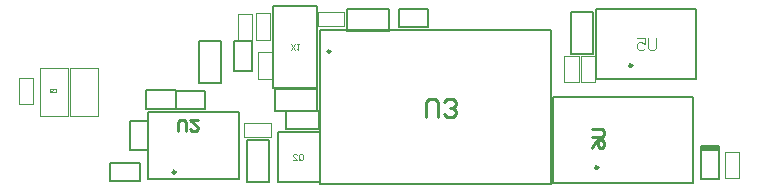
<source format=gbo>
G04*
G04 #@! TF.GenerationSoftware,Altium Limited,Altium Designer,22.6.1 (34)*
G04*
G04 Layer_Color=32896*
%FSLAX44Y44*%
%MOMM*%
G71*
G04*
G04 #@! TF.SameCoordinates,499910AD-9B8C-4153-9010-BA54DE613A27*
G04*
G04*
G04 #@! TF.FilePolarity,Positive*
G04*
G01*
G75*
%ADD10C,0.2540*%
%ADD11C,0.1000*%
%ADD12C,0.2500*%
%ADD13C,0.1520*%
%ADD14C,0.2000*%
%ADD15C,0.0500*%
%ADD87R,1.5494X0.4826*%
D10*
X1332490Y920331D02*
X1340820D01*
X1342486Y918664D01*
Y915332D01*
X1340820Y913666D01*
X1332490D01*
Y903669D02*
X1334156Y907001D01*
X1337488Y910334D01*
X1340820D01*
X1342486Y908668D01*
Y905335D01*
X1340820Y903669D01*
X1339154D01*
X1337488Y905335D01*
Y910334D01*
X1191554Y929883D02*
Y942578D01*
X1194093Y945117D01*
X1199172D01*
X1201711Y942578D01*
Y929883D01*
X1206789Y932422D02*
X1209328Y929883D01*
X1214407D01*
X1216946Y932422D01*
Y934961D01*
X1214407Y937500D01*
X1211868D01*
X1214407D01*
X1216946Y940039D01*
Y942578D01*
X1214407Y945117D01*
X1209328D01*
X1206789Y942578D01*
X981919Y918002D02*
Y926332D01*
X983586Y927998D01*
X986918D01*
X988584Y926332D01*
Y918002D01*
X998581Y927998D02*
X991916D01*
X998581Y921334D01*
Y919668D01*
X996915Y918002D01*
X993582D01*
X991916Y919668D01*
D11*
X1074448Y899810D02*
G03*
X1074448Y899810I-100J0D01*
G01*
X846904Y940824D02*
Y963176D01*
X859096D01*
Y940824D02*
Y963176D01*
X846904Y940824D02*
X859096D01*
X1037824Y925096D02*
X1060176D01*
Y912904D02*
Y925096D01*
X1037824Y912904D02*
X1060176D01*
X1037824D02*
Y925096D01*
X1322904Y959824D02*
Y982176D01*
X1335096D01*
Y959824D02*
Y982176D01*
X1322904Y959824D02*
X1335096D01*
X1047496Y995506D02*
Y1017858D01*
X1059688D01*
Y995506D02*
Y1017858D01*
X1047496Y995506D02*
X1059688D01*
X1049274Y962740D02*
Y985092D01*
X1061466D01*
Y962740D02*
Y985092D01*
X1049274Y962740D02*
X1061466D01*
X888430Y931438D02*
Y971316D01*
X865316Y931438D02*
X888430D01*
X865316D02*
Y971316D01*
X888430D01*
X890570Y931434D02*
Y971312D01*
X913684D01*
Y931434D02*
Y971312D01*
X890570Y931434D02*
X913684D01*
X1457096Y878574D02*
Y900926D01*
X1444904Y878574D02*
X1457096D01*
X1444904D02*
Y900926D01*
X1457096D01*
X1100324Y1006904D02*
Y1019096D01*
Y1006904D02*
X1122676D01*
Y1019096D01*
X1100324D02*
X1122676D01*
X1321096Y959574D02*
Y981926D01*
X1308904Y959574D02*
X1321096D01*
X1308904D02*
Y981926D01*
X1321096D01*
X1032510Y995252D02*
Y1017604D01*
X1044702D01*
Y995252D02*
Y1017604D01*
X1032510Y995252D02*
X1044702D01*
X1386830Y997298D02*
Y988968D01*
X1385164Y987301D01*
X1381832D01*
X1380166Y988968D01*
Y997298D01*
X1370169D02*
X1376834D01*
Y992300D01*
X1373501Y993966D01*
X1371835D01*
X1370169Y992300D01*
Y988968D01*
X1371835Y987301D01*
X1375168D01*
X1376834Y988968D01*
X1077418Y987001D02*
X1080750Y991999D01*
Y987001D02*
X1077418Y991999D01*
X1082416D02*
X1084082D01*
X1083249D01*
Y987001D01*
X1082416Y987834D01*
X1084083Y894334D02*
Y897666D01*
X1084916Y898499D01*
X1086582D01*
X1087415Y897666D01*
Y894334D01*
X1086582Y893501D01*
X1084916D01*
X1085749Y895167D02*
X1084083Y893501D01*
X1084916D02*
X1084083Y894334D01*
X1079085Y893501D02*
X1082417D01*
X1079085Y896833D01*
Y897666D01*
X1079918Y898499D01*
X1081584D01*
X1082417Y897666D01*
D12*
X1110950Y985750D02*
G03*
X1110950Y985750I-1250J0D01*
G01*
X1366250Y973850D02*
G03*
X1366250Y973850I-1250J0D01*
G01*
X1337505Y887488D02*
G03*
X1337505Y887488I-1250J0D01*
G01*
X979750Y883500D02*
G03*
X979750Y883500I-1250J0D01*
G01*
D13*
X999744Y958850D02*
X1018286D01*
Y994410D01*
X999744Y958850D02*
Y994410D01*
X1018286D01*
X1063720Y935606D02*
Y954148D01*
Y935606D02*
X1099280D01*
X1063720Y954148D02*
X1099280D01*
Y935606D02*
Y954148D01*
X1160780Y1003102D02*
Y1021644D01*
X1125220D02*
X1160780D01*
X1125220Y1003102D02*
X1160780D01*
X1125220D02*
Y1021644D01*
X1314602Y983220D02*
X1333144D01*
Y1018780D01*
X1314602Y983220D02*
Y1018780D01*
X1333144D01*
X1040602Y874970D02*
X1059144D01*
Y910530D01*
X1040602Y874970D02*
Y910530D01*
X1059144D01*
X1066474Y917590D02*
X1101780D01*
X1066474Y875172D02*
X1101780D01*
X1066474D02*
Y917590D01*
X1101780Y875172D02*
Y917590D01*
X1299164Y874170D02*
Y947068D01*
Y874170D02*
X1418036D01*
X1299164Y947068D02*
X1418036D01*
Y874170D02*
Y947068D01*
X956138Y934194D02*
X1033608D01*
X956138Y877552D02*
X1033608D01*
Y934194D01*
X956138Y877552D02*
Y934194D01*
X1424380Y877308D02*
X1439620D01*
X1424380D02*
Y906010D01*
X1439620Y877308D02*
Y906010D01*
X1424380D02*
X1439620D01*
D14*
X1061954Y954956D02*
X1099800D01*
Y1024298D01*
X1061954D02*
X1099800D01*
X1061954Y954956D02*
Y1024298D01*
X1073280Y920380D02*
X1101220D01*
Y935620D01*
X1073280D02*
X1101220D01*
X1073280Y920380D02*
Y935620D01*
X1297520Y873230D02*
Y1004040D01*
X1101940Y873230D02*
Y1004040D01*
Y873230D02*
X1297520D01*
X1101940Y1004040D02*
X1297520D01*
X941126Y927000D02*
X956620D01*
Y902050D02*
Y927000D01*
X941126Y902050D02*
Y927000D01*
Y902050D02*
X956620D01*
X949450Y876126D02*
Y891620D01*
X924500Y876126D02*
X949450D01*
X924500Y891620D02*
X949450D01*
X924500Y876126D02*
Y891620D01*
X980000Y937126D02*
Y952620D01*
X1004950D01*
X980000Y937126D02*
X1004950D01*
Y952620D01*
X955051Y937380D02*
Y952874D01*
X980001D01*
X955051Y937380D02*
X980001D01*
Y952874D01*
X1029208Y994468D02*
X1044702D01*
Y969518D02*
Y994468D01*
X1029208Y969518D02*
Y994468D01*
Y969518D02*
X1044702D01*
X1193858Y1006094D02*
Y1021588D01*
X1168908Y1006094D02*
X1193858D01*
X1168908Y1021588D02*
X1193858D01*
X1168908Y1006094D02*
Y1021588D01*
X1336030Y962100D02*
Y1021860D01*
Y962100D02*
X1420375D01*
Y1021860D01*
X1336030D02*
X1420375D01*
D15*
X876627Y953602D02*
X877127Y954101D01*
X878126D01*
X878626Y953602D01*
Y951602D01*
X878126Y951103D01*
X877127D01*
X876627Y951602D01*
X875627D02*
X875127Y951103D01*
X874128D01*
X873628Y951602D01*
Y953602D01*
X874128Y954101D01*
X875127D01*
X875627Y953602D01*
Y953102D01*
X875127Y952602D01*
X873628D01*
D87*
X1432127Y903597D02*
D03*
M02*

</source>
